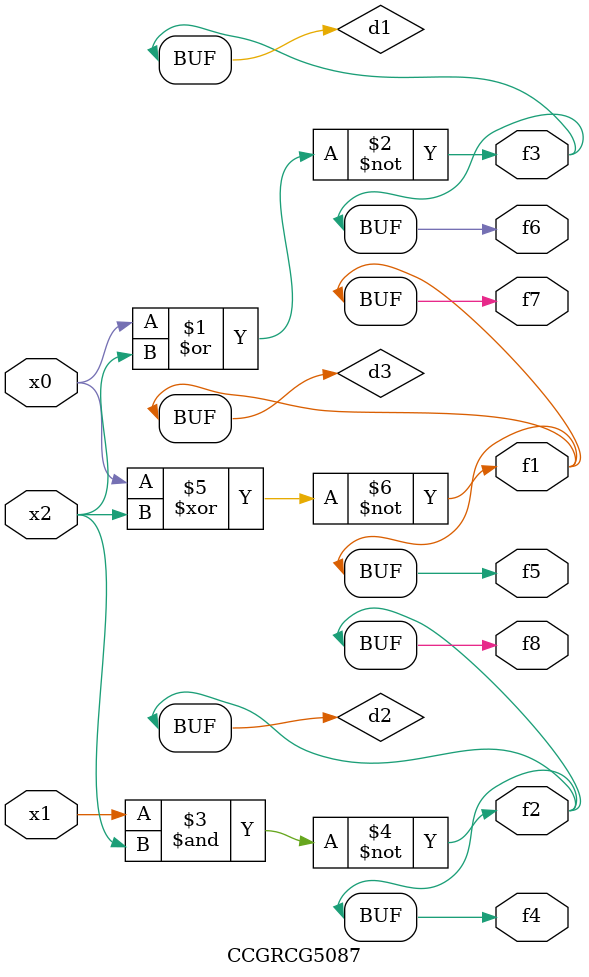
<source format=v>
module CCGRCG5087(
	input x0, x1, x2,
	output f1, f2, f3, f4, f5, f6, f7, f8
);

	wire d1, d2, d3;

	nor (d1, x0, x2);
	nand (d2, x1, x2);
	xnor (d3, x0, x2);
	assign f1 = d3;
	assign f2 = d2;
	assign f3 = d1;
	assign f4 = d2;
	assign f5 = d3;
	assign f6 = d1;
	assign f7 = d3;
	assign f8 = d2;
endmodule

</source>
